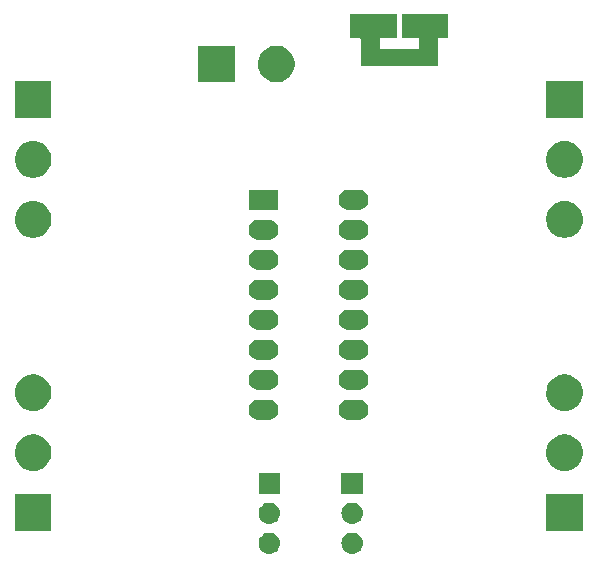
<source format=gbr>
G04 #@! TF.GenerationSoftware,KiCad,Pcbnew,(5.1.4-0)*
G04 #@! TF.CreationDate,2020-03-02T15:49:52+03:00*
G04 #@! TF.ProjectId,Diff2TTL,44696666-3254-4544-9c2e-6b696361645f,rev?*
G04 #@! TF.SameCoordinates,Original*
G04 #@! TF.FileFunction,Soldermask,Top*
G04 #@! TF.FilePolarity,Negative*
%FSLAX46Y46*%
G04 Gerber Fmt 4.6, Leading zero omitted, Abs format (unit mm)*
G04 Created by KiCad (PCBNEW (5.1.4-0)) date 2020-03-02 15:49:52*
%MOMM*%
%LPD*%
G04 APERTURE LIST*
%ADD10C,0.100000*%
G04 APERTURE END LIST*
D10*
G36*
X122110442Y-86685518D02*
G01*
X122176627Y-86692037D01*
X122346466Y-86743557D01*
X122502991Y-86827222D01*
X122538729Y-86856552D01*
X122640186Y-86939814D01*
X122723448Y-87041271D01*
X122752778Y-87077009D01*
X122836443Y-87233534D01*
X122887963Y-87403373D01*
X122905359Y-87580000D01*
X122887963Y-87756627D01*
X122836443Y-87926466D01*
X122752778Y-88082991D01*
X122723448Y-88118729D01*
X122640186Y-88220186D01*
X122538729Y-88303448D01*
X122502991Y-88332778D01*
X122346466Y-88416443D01*
X122176627Y-88467963D01*
X122110442Y-88474482D01*
X122044260Y-88481000D01*
X121955740Y-88481000D01*
X121889558Y-88474482D01*
X121823373Y-88467963D01*
X121653534Y-88416443D01*
X121497009Y-88332778D01*
X121461271Y-88303448D01*
X121359814Y-88220186D01*
X121276552Y-88118729D01*
X121247222Y-88082991D01*
X121163557Y-87926466D01*
X121112037Y-87756627D01*
X121094641Y-87580000D01*
X121112037Y-87403373D01*
X121163557Y-87233534D01*
X121247222Y-87077009D01*
X121276552Y-87041271D01*
X121359814Y-86939814D01*
X121461271Y-86856552D01*
X121497009Y-86827222D01*
X121653534Y-86743557D01*
X121823373Y-86692037D01*
X121889558Y-86685518D01*
X121955740Y-86679000D01*
X122044260Y-86679000D01*
X122110442Y-86685518D01*
X122110442Y-86685518D01*
G37*
G36*
X115110442Y-86685518D02*
G01*
X115176627Y-86692037D01*
X115346466Y-86743557D01*
X115502991Y-86827222D01*
X115538729Y-86856552D01*
X115640186Y-86939814D01*
X115723448Y-87041271D01*
X115752778Y-87077009D01*
X115836443Y-87233534D01*
X115887963Y-87403373D01*
X115905359Y-87580000D01*
X115887963Y-87756627D01*
X115836443Y-87926466D01*
X115752778Y-88082991D01*
X115723448Y-88118729D01*
X115640186Y-88220186D01*
X115538729Y-88303448D01*
X115502991Y-88332778D01*
X115346466Y-88416443D01*
X115176627Y-88467963D01*
X115110442Y-88474482D01*
X115044260Y-88481000D01*
X114955740Y-88481000D01*
X114889558Y-88474482D01*
X114823373Y-88467963D01*
X114653534Y-88416443D01*
X114497009Y-88332778D01*
X114461271Y-88303448D01*
X114359814Y-88220186D01*
X114276552Y-88118729D01*
X114247222Y-88082991D01*
X114163557Y-87926466D01*
X114112037Y-87756627D01*
X114094641Y-87580000D01*
X114112037Y-87403373D01*
X114163557Y-87233534D01*
X114247222Y-87077009D01*
X114276552Y-87041271D01*
X114359814Y-86939814D01*
X114461271Y-86856552D01*
X114497009Y-86827222D01*
X114653534Y-86743557D01*
X114823373Y-86692037D01*
X114889558Y-86685518D01*
X114955740Y-86679000D01*
X115044260Y-86679000D01*
X115110442Y-86685518D01*
X115110442Y-86685518D01*
G37*
G36*
X141551000Y-86551000D02*
G01*
X138449000Y-86551000D01*
X138449000Y-83449000D01*
X141551000Y-83449000D01*
X141551000Y-86551000D01*
X141551000Y-86551000D01*
G37*
G36*
X96551000Y-86551000D02*
G01*
X93449000Y-86551000D01*
X93449000Y-83449000D01*
X96551000Y-83449000D01*
X96551000Y-86551000D01*
X96551000Y-86551000D01*
G37*
G36*
X115110443Y-84145519D02*
G01*
X115176627Y-84152037D01*
X115346466Y-84203557D01*
X115502991Y-84287222D01*
X115538729Y-84316552D01*
X115640186Y-84399814D01*
X115723448Y-84501271D01*
X115752778Y-84537009D01*
X115836443Y-84693534D01*
X115887963Y-84863373D01*
X115905359Y-85040000D01*
X115887963Y-85216627D01*
X115836443Y-85386466D01*
X115752778Y-85542991D01*
X115723448Y-85578729D01*
X115640186Y-85680186D01*
X115538729Y-85763448D01*
X115502991Y-85792778D01*
X115346466Y-85876443D01*
X115176627Y-85927963D01*
X115110442Y-85934482D01*
X115044260Y-85941000D01*
X114955740Y-85941000D01*
X114889558Y-85934482D01*
X114823373Y-85927963D01*
X114653534Y-85876443D01*
X114497009Y-85792778D01*
X114461271Y-85763448D01*
X114359814Y-85680186D01*
X114276552Y-85578729D01*
X114247222Y-85542991D01*
X114163557Y-85386466D01*
X114112037Y-85216627D01*
X114094641Y-85040000D01*
X114112037Y-84863373D01*
X114163557Y-84693534D01*
X114247222Y-84537009D01*
X114276552Y-84501271D01*
X114359814Y-84399814D01*
X114461271Y-84316552D01*
X114497009Y-84287222D01*
X114653534Y-84203557D01*
X114823373Y-84152037D01*
X114889557Y-84145519D01*
X114955740Y-84139000D01*
X115044260Y-84139000D01*
X115110443Y-84145519D01*
X115110443Y-84145519D01*
G37*
G36*
X122110443Y-84145519D02*
G01*
X122176627Y-84152037D01*
X122346466Y-84203557D01*
X122502991Y-84287222D01*
X122538729Y-84316552D01*
X122640186Y-84399814D01*
X122723448Y-84501271D01*
X122752778Y-84537009D01*
X122836443Y-84693534D01*
X122887963Y-84863373D01*
X122905359Y-85040000D01*
X122887963Y-85216627D01*
X122836443Y-85386466D01*
X122752778Y-85542991D01*
X122723448Y-85578729D01*
X122640186Y-85680186D01*
X122538729Y-85763448D01*
X122502991Y-85792778D01*
X122346466Y-85876443D01*
X122176627Y-85927963D01*
X122110442Y-85934482D01*
X122044260Y-85941000D01*
X121955740Y-85941000D01*
X121889558Y-85934482D01*
X121823373Y-85927963D01*
X121653534Y-85876443D01*
X121497009Y-85792778D01*
X121461271Y-85763448D01*
X121359814Y-85680186D01*
X121276552Y-85578729D01*
X121247222Y-85542991D01*
X121163557Y-85386466D01*
X121112037Y-85216627D01*
X121094641Y-85040000D01*
X121112037Y-84863373D01*
X121163557Y-84693534D01*
X121247222Y-84537009D01*
X121276552Y-84501271D01*
X121359814Y-84399814D01*
X121461271Y-84316552D01*
X121497009Y-84287222D01*
X121653534Y-84203557D01*
X121823373Y-84152037D01*
X121889557Y-84145519D01*
X121955740Y-84139000D01*
X122044260Y-84139000D01*
X122110443Y-84145519D01*
X122110443Y-84145519D01*
G37*
G36*
X115901000Y-83401000D02*
G01*
X114099000Y-83401000D01*
X114099000Y-81599000D01*
X115901000Y-81599000D01*
X115901000Y-83401000D01*
X115901000Y-83401000D01*
G37*
G36*
X122901000Y-83401000D02*
G01*
X121099000Y-83401000D01*
X121099000Y-81599000D01*
X122901000Y-81599000D01*
X122901000Y-83401000D01*
X122901000Y-83401000D01*
G37*
G36*
X95302585Y-78398802D02*
G01*
X95452410Y-78428604D01*
X95734674Y-78545521D01*
X95988705Y-78715259D01*
X96204741Y-78931295D01*
X96374479Y-79185326D01*
X96491396Y-79467590D01*
X96551000Y-79767240D01*
X96551000Y-80072760D01*
X96491396Y-80372410D01*
X96374479Y-80654674D01*
X96204741Y-80908705D01*
X95988705Y-81124741D01*
X95734674Y-81294479D01*
X95452410Y-81411396D01*
X95302585Y-81441198D01*
X95152761Y-81471000D01*
X94847239Y-81471000D01*
X94697415Y-81441198D01*
X94547590Y-81411396D01*
X94265326Y-81294479D01*
X94011295Y-81124741D01*
X93795259Y-80908705D01*
X93625521Y-80654674D01*
X93508604Y-80372410D01*
X93449000Y-80072760D01*
X93449000Y-79767240D01*
X93508604Y-79467590D01*
X93625521Y-79185326D01*
X93795259Y-78931295D01*
X94011295Y-78715259D01*
X94265326Y-78545521D01*
X94547590Y-78428604D01*
X94697415Y-78398802D01*
X94847239Y-78369000D01*
X95152761Y-78369000D01*
X95302585Y-78398802D01*
X95302585Y-78398802D01*
G37*
G36*
X140302585Y-78398802D02*
G01*
X140452410Y-78428604D01*
X140734674Y-78545521D01*
X140988705Y-78715259D01*
X141204741Y-78931295D01*
X141374479Y-79185326D01*
X141491396Y-79467590D01*
X141551000Y-79767240D01*
X141551000Y-80072760D01*
X141491396Y-80372410D01*
X141374479Y-80654674D01*
X141204741Y-80908705D01*
X140988705Y-81124741D01*
X140734674Y-81294479D01*
X140452410Y-81411396D01*
X140302585Y-81441198D01*
X140152761Y-81471000D01*
X139847239Y-81471000D01*
X139697415Y-81441198D01*
X139547590Y-81411396D01*
X139265326Y-81294479D01*
X139011295Y-81124741D01*
X138795259Y-80908705D01*
X138625521Y-80654674D01*
X138508604Y-80372410D01*
X138449000Y-80072760D01*
X138449000Y-79767240D01*
X138508604Y-79467590D01*
X138625521Y-79185326D01*
X138795259Y-78931295D01*
X139011295Y-78715259D01*
X139265326Y-78545521D01*
X139547590Y-78428604D01*
X139697415Y-78398802D01*
X139847239Y-78369000D01*
X140152761Y-78369000D01*
X140302585Y-78398802D01*
X140302585Y-78398802D01*
G37*
G36*
X115066823Y-75441313D02*
G01*
X115227242Y-75489976D01*
X115359906Y-75560886D01*
X115375078Y-75568996D01*
X115504659Y-75675341D01*
X115611004Y-75804922D01*
X115611005Y-75804924D01*
X115690024Y-75952758D01*
X115738687Y-76113177D01*
X115755117Y-76280000D01*
X115738687Y-76446823D01*
X115690024Y-76607242D01*
X115619114Y-76739906D01*
X115611004Y-76755078D01*
X115504659Y-76884659D01*
X115375078Y-76991004D01*
X115375076Y-76991005D01*
X115227242Y-77070024D01*
X115066823Y-77118687D01*
X114941804Y-77131000D01*
X114058196Y-77131000D01*
X113933177Y-77118687D01*
X113772758Y-77070024D01*
X113624924Y-76991005D01*
X113624922Y-76991004D01*
X113495341Y-76884659D01*
X113388996Y-76755078D01*
X113380886Y-76739906D01*
X113309976Y-76607242D01*
X113261313Y-76446823D01*
X113244883Y-76280000D01*
X113261313Y-76113177D01*
X113309976Y-75952758D01*
X113388995Y-75804924D01*
X113388996Y-75804922D01*
X113495341Y-75675341D01*
X113624922Y-75568996D01*
X113640094Y-75560886D01*
X113772758Y-75489976D01*
X113933177Y-75441313D01*
X114058196Y-75429000D01*
X114941804Y-75429000D01*
X115066823Y-75441313D01*
X115066823Y-75441313D01*
G37*
G36*
X122686823Y-75441313D02*
G01*
X122847242Y-75489976D01*
X122979906Y-75560886D01*
X122995078Y-75568996D01*
X123124659Y-75675341D01*
X123231004Y-75804922D01*
X123231005Y-75804924D01*
X123310024Y-75952758D01*
X123358687Y-76113177D01*
X123375117Y-76280000D01*
X123358687Y-76446823D01*
X123310024Y-76607242D01*
X123239114Y-76739906D01*
X123231004Y-76755078D01*
X123124659Y-76884659D01*
X122995078Y-76991004D01*
X122995076Y-76991005D01*
X122847242Y-77070024D01*
X122686823Y-77118687D01*
X122561804Y-77131000D01*
X121678196Y-77131000D01*
X121553177Y-77118687D01*
X121392758Y-77070024D01*
X121244924Y-76991005D01*
X121244922Y-76991004D01*
X121115341Y-76884659D01*
X121008996Y-76755078D01*
X121000886Y-76739906D01*
X120929976Y-76607242D01*
X120881313Y-76446823D01*
X120864883Y-76280000D01*
X120881313Y-76113177D01*
X120929976Y-75952758D01*
X121008995Y-75804924D01*
X121008996Y-75804922D01*
X121115341Y-75675341D01*
X121244922Y-75568996D01*
X121260094Y-75560886D01*
X121392758Y-75489976D01*
X121553177Y-75441313D01*
X121678196Y-75429000D01*
X122561804Y-75429000D01*
X122686823Y-75441313D01*
X122686823Y-75441313D01*
G37*
G36*
X95302585Y-73318802D02*
G01*
X95452410Y-73348604D01*
X95734674Y-73465521D01*
X95988705Y-73635259D01*
X96204741Y-73851295D01*
X96374479Y-74105326D01*
X96473613Y-74344659D01*
X96491396Y-74387591D01*
X96529408Y-74578687D01*
X96551000Y-74687240D01*
X96551000Y-74992760D01*
X96491396Y-75292410D01*
X96374479Y-75574674D01*
X96204741Y-75828705D01*
X95988705Y-76044741D01*
X95734674Y-76214479D01*
X95452410Y-76331396D01*
X95302585Y-76361198D01*
X95152761Y-76391000D01*
X94847239Y-76391000D01*
X94697415Y-76361198D01*
X94547590Y-76331396D01*
X94265326Y-76214479D01*
X94011295Y-76044741D01*
X93795259Y-75828705D01*
X93625521Y-75574674D01*
X93508604Y-75292410D01*
X93449000Y-74992760D01*
X93449000Y-74687240D01*
X93470593Y-74578687D01*
X93508604Y-74387591D01*
X93526387Y-74344659D01*
X93625521Y-74105326D01*
X93795259Y-73851295D01*
X94011295Y-73635259D01*
X94265326Y-73465521D01*
X94547590Y-73348604D01*
X94697415Y-73318802D01*
X94847239Y-73289000D01*
X95152761Y-73289000D01*
X95302585Y-73318802D01*
X95302585Y-73318802D01*
G37*
G36*
X140302585Y-73318802D02*
G01*
X140452410Y-73348604D01*
X140734674Y-73465521D01*
X140988705Y-73635259D01*
X141204741Y-73851295D01*
X141374479Y-74105326D01*
X141473613Y-74344659D01*
X141491396Y-74387591D01*
X141529408Y-74578687D01*
X141551000Y-74687240D01*
X141551000Y-74992760D01*
X141491396Y-75292410D01*
X141374479Y-75574674D01*
X141204741Y-75828705D01*
X140988705Y-76044741D01*
X140734674Y-76214479D01*
X140452410Y-76331396D01*
X140302585Y-76361198D01*
X140152761Y-76391000D01*
X139847239Y-76391000D01*
X139697415Y-76361198D01*
X139547590Y-76331396D01*
X139265326Y-76214479D01*
X139011295Y-76044741D01*
X138795259Y-75828705D01*
X138625521Y-75574674D01*
X138508604Y-75292410D01*
X138449000Y-74992760D01*
X138449000Y-74687240D01*
X138470593Y-74578687D01*
X138508604Y-74387591D01*
X138526387Y-74344659D01*
X138625521Y-74105326D01*
X138795259Y-73851295D01*
X139011295Y-73635259D01*
X139265326Y-73465521D01*
X139547590Y-73348604D01*
X139697415Y-73318802D01*
X139847239Y-73289000D01*
X140152761Y-73289000D01*
X140302585Y-73318802D01*
X140302585Y-73318802D01*
G37*
G36*
X122686823Y-72901313D02*
G01*
X122847242Y-72949976D01*
X122979906Y-73020886D01*
X122995078Y-73028996D01*
X123124659Y-73135341D01*
X123231004Y-73264922D01*
X123231005Y-73264924D01*
X123310024Y-73412758D01*
X123358687Y-73573177D01*
X123375117Y-73740000D01*
X123358687Y-73906823D01*
X123310024Y-74067242D01*
X123239114Y-74199906D01*
X123231004Y-74215078D01*
X123124659Y-74344659D01*
X122995078Y-74451004D01*
X122995076Y-74451005D01*
X122847242Y-74530024D01*
X122686823Y-74578687D01*
X122561804Y-74591000D01*
X121678196Y-74591000D01*
X121553177Y-74578687D01*
X121392758Y-74530024D01*
X121244924Y-74451005D01*
X121244922Y-74451004D01*
X121115341Y-74344659D01*
X121008996Y-74215078D01*
X121000886Y-74199906D01*
X120929976Y-74067242D01*
X120881313Y-73906823D01*
X120864883Y-73740000D01*
X120881313Y-73573177D01*
X120929976Y-73412758D01*
X121008995Y-73264924D01*
X121008996Y-73264922D01*
X121115341Y-73135341D01*
X121244922Y-73028996D01*
X121260094Y-73020886D01*
X121392758Y-72949976D01*
X121553177Y-72901313D01*
X121678196Y-72889000D01*
X122561804Y-72889000D01*
X122686823Y-72901313D01*
X122686823Y-72901313D01*
G37*
G36*
X115066823Y-72901313D02*
G01*
X115227242Y-72949976D01*
X115359906Y-73020886D01*
X115375078Y-73028996D01*
X115504659Y-73135341D01*
X115611004Y-73264922D01*
X115611005Y-73264924D01*
X115690024Y-73412758D01*
X115738687Y-73573177D01*
X115755117Y-73740000D01*
X115738687Y-73906823D01*
X115690024Y-74067242D01*
X115619114Y-74199906D01*
X115611004Y-74215078D01*
X115504659Y-74344659D01*
X115375078Y-74451004D01*
X115375076Y-74451005D01*
X115227242Y-74530024D01*
X115066823Y-74578687D01*
X114941804Y-74591000D01*
X114058196Y-74591000D01*
X113933177Y-74578687D01*
X113772758Y-74530024D01*
X113624924Y-74451005D01*
X113624922Y-74451004D01*
X113495341Y-74344659D01*
X113388996Y-74215078D01*
X113380886Y-74199906D01*
X113309976Y-74067242D01*
X113261313Y-73906823D01*
X113244883Y-73740000D01*
X113261313Y-73573177D01*
X113309976Y-73412758D01*
X113388995Y-73264924D01*
X113388996Y-73264922D01*
X113495341Y-73135341D01*
X113624922Y-73028996D01*
X113640094Y-73020886D01*
X113772758Y-72949976D01*
X113933177Y-72901313D01*
X114058196Y-72889000D01*
X114941804Y-72889000D01*
X115066823Y-72901313D01*
X115066823Y-72901313D01*
G37*
G36*
X122686823Y-70361313D02*
G01*
X122847242Y-70409976D01*
X122979906Y-70480886D01*
X122995078Y-70488996D01*
X123124659Y-70595341D01*
X123231004Y-70724922D01*
X123231005Y-70724924D01*
X123310024Y-70872758D01*
X123358687Y-71033177D01*
X123375117Y-71200000D01*
X123358687Y-71366823D01*
X123310024Y-71527242D01*
X123239114Y-71659906D01*
X123231004Y-71675078D01*
X123124659Y-71804659D01*
X122995078Y-71911004D01*
X122995076Y-71911005D01*
X122847242Y-71990024D01*
X122686823Y-72038687D01*
X122561804Y-72051000D01*
X121678196Y-72051000D01*
X121553177Y-72038687D01*
X121392758Y-71990024D01*
X121244924Y-71911005D01*
X121244922Y-71911004D01*
X121115341Y-71804659D01*
X121008996Y-71675078D01*
X121000886Y-71659906D01*
X120929976Y-71527242D01*
X120881313Y-71366823D01*
X120864883Y-71200000D01*
X120881313Y-71033177D01*
X120929976Y-70872758D01*
X121008995Y-70724924D01*
X121008996Y-70724922D01*
X121115341Y-70595341D01*
X121244922Y-70488996D01*
X121260094Y-70480886D01*
X121392758Y-70409976D01*
X121553177Y-70361313D01*
X121678196Y-70349000D01*
X122561804Y-70349000D01*
X122686823Y-70361313D01*
X122686823Y-70361313D01*
G37*
G36*
X115066823Y-70361313D02*
G01*
X115227242Y-70409976D01*
X115359906Y-70480886D01*
X115375078Y-70488996D01*
X115504659Y-70595341D01*
X115611004Y-70724922D01*
X115611005Y-70724924D01*
X115690024Y-70872758D01*
X115738687Y-71033177D01*
X115755117Y-71200000D01*
X115738687Y-71366823D01*
X115690024Y-71527242D01*
X115619114Y-71659906D01*
X115611004Y-71675078D01*
X115504659Y-71804659D01*
X115375078Y-71911004D01*
X115375076Y-71911005D01*
X115227242Y-71990024D01*
X115066823Y-72038687D01*
X114941804Y-72051000D01*
X114058196Y-72051000D01*
X113933177Y-72038687D01*
X113772758Y-71990024D01*
X113624924Y-71911005D01*
X113624922Y-71911004D01*
X113495341Y-71804659D01*
X113388996Y-71675078D01*
X113380886Y-71659906D01*
X113309976Y-71527242D01*
X113261313Y-71366823D01*
X113244883Y-71200000D01*
X113261313Y-71033177D01*
X113309976Y-70872758D01*
X113388995Y-70724924D01*
X113388996Y-70724922D01*
X113495341Y-70595341D01*
X113624922Y-70488996D01*
X113640094Y-70480886D01*
X113772758Y-70409976D01*
X113933177Y-70361313D01*
X114058196Y-70349000D01*
X114941804Y-70349000D01*
X115066823Y-70361313D01*
X115066823Y-70361313D01*
G37*
G36*
X115066823Y-67821313D02*
G01*
X115227242Y-67869976D01*
X115359906Y-67940886D01*
X115375078Y-67948996D01*
X115504659Y-68055341D01*
X115611004Y-68184922D01*
X115611005Y-68184924D01*
X115690024Y-68332758D01*
X115738687Y-68493177D01*
X115755117Y-68660000D01*
X115738687Y-68826823D01*
X115690024Y-68987242D01*
X115619114Y-69119906D01*
X115611004Y-69135078D01*
X115504659Y-69264659D01*
X115375078Y-69371004D01*
X115375076Y-69371005D01*
X115227242Y-69450024D01*
X115066823Y-69498687D01*
X114941804Y-69511000D01*
X114058196Y-69511000D01*
X113933177Y-69498687D01*
X113772758Y-69450024D01*
X113624924Y-69371005D01*
X113624922Y-69371004D01*
X113495341Y-69264659D01*
X113388996Y-69135078D01*
X113380886Y-69119906D01*
X113309976Y-68987242D01*
X113261313Y-68826823D01*
X113244883Y-68660000D01*
X113261313Y-68493177D01*
X113309976Y-68332758D01*
X113388995Y-68184924D01*
X113388996Y-68184922D01*
X113495341Y-68055341D01*
X113624922Y-67948996D01*
X113640094Y-67940886D01*
X113772758Y-67869976D01*
X113933177Y-67821313D01*
X114058196Y-67809000D01*
X114941804Y-67809000D01*
X115066823Y-67821313D01*
X115066823Y-67821313D01*
G37*
G36*
X122686823Y-67821313D02*
G01*
X122847242Y-67869976D01*
X122979906Y-67940886D01*
X122995078Y-67948996D01*
X123124659Y-68055341D01*
X123231004Y-68184922D01*
X123231005Y-68184924D01*
X123310024Y-68332758D01*
X123358687Y-68493177D01*
X123375117Y-68660000D01*
X123358687Y-68826823D01*
X123310024Y-68987242D01*
X123239114Y-69119906D01*
X123231004Y-69135078D01*
X123124659Y-69264659D01*
X122995078Y-69371004D01*
X122995076Y-69371005D01*
X122847242Y-69450024D01*
X122686823Y-69498687D01*
X122561804Y-69511000D01*
X121678196Y-69511000D01*
X121553177Y-69498687D01*
X121392758Y-69450024D01*
X121244924Y-69371005D01*
X121244922Y-69371004D01*
X121115341Y-69264659D01*
X121008996Y-69135078D01*
X121000886Y-69119906D01*
X120929976Y-68987242D01*
X120881313Y-68826823D01*
X120864883Y-68660000D01*
X120881313Y-68493177D01*
X120929976Y-68332758D01*
X121008995Y-68184924D01*
X121008996Y-68184922D01*
X121115341Y-68055341D01*
X121244922Y-67948996D01*
X121260094Y-67940886D01*
X121392758Y-67869976D01*
X121553177Y-67821313D01*
X121678196Y-67809000D01*
X122561804Y-67809000D01*
X122686823Y-67821313D01*
X122686823Y-67821313D01*
G37*
G36*
X115066823Y-65281313D02*
G01*
X115227242Y-65329976D01*
X115359906Y-65400886D01*
X115375078Y-65408996D01*
X115504659Y-65515341D01*
X115611004Y-65644922D01*
X115611005Y-65644924D01*
X115690024Y-65792758D01*
X115738687Y-65953177D01*
X115755117Y-66120000D01*
X115738687Y-66286823D01*
X115690024Y-66447242D01*
X115619114Y-66579906D01*
X115611004Y-66595078D01*
X115504659Y-66724659D01*
X115375078Y-66831004D01*
X115375076Y-66831005D01*
X115227242Y-66910024D01*
X115066823Y-66958687D01*
X114941804Y-66971000D01*
X114058196Y-66971000D01*
X113933177Y-66958687D01*
X113772758Y-66910024D01*
X113624924Y-66831005D01*
X113624922Y-66831004D01*
X113495341Y-66724659D01*
X113388996Y-66595078D01*
X113380886Y-66579906D01*
X113309976Y-66447242D01*
X113261313Y-66286823D01*
X113244883Y-66120000D01*
X113261313Y-65953177D01*
X113309976Y-65792758D01*
X113388995Y-65644924D01*
X113388996Y-65644922D01*
X113495341Y-65515341D01*
X113624922Y-65408996D01*
X113640094Y-65400886D01*
X113772758Y-65329976D01*
X113933177Y-65281313D01*
X114058196Y-65269000D01*
X114941804Y-65269000D01*
X115066823Y-65281313D01*
X115066823Y-65281313D01*
G37*
G36*
X122686823Y-65281313D02*
G01*
X122847242Y-65329976D01*
X122979906Y-65400886D01*
X122995078Y-65408996D01*
X123124659Y-65515341D01*
X123231004Y-65644922D01*
X123231005Y-65644924D01*
X123310024Y-65792758D01*
X123358687Y-65953177D01*
X123375117Y-66120000D01*
X123358687Y-66286823D01*
X123310024Y-66447242D01*
X123239114Y-66579906D01*
X123231004Y-66595078D01*
X123124659Y-66724659D01*
X122995078Y-66831004D01*
X122995076Y-66831005D01*
X122847242Y-66910024D01*
X122686823Y-66958687D01*
X122561804Y-66971000D01*
X121678196Y-66971000D01*
X121553177Y-66958687D01*
X121392758Y-66910024D01*
X121244924Y-66831005D01*
X121244922Y-66831004D01*
X121115341Y-66724659D01*
X121008996Y-66595078D01*
X121000886Y-66579906D01*
X120929976Y-66447242D01*
X120881313Y-66286823D01*
X120864883Y-66120000D01*
X120881313Y-65953177D01*
X120929976Y-65792758D01*
X121008995Y-65644924D01*
X121008996Y-65644922D01*
X121115341Y-65515341D01*
X121244922Y-65408996D01*
X121260094Y-65400886D01*
X121392758Y-65329976D01*
X121553177Y-65281313D01*
X121678196Y-65269000D01*
X122561804Y-65269000D01*
X122686823Y-65281313D01*
X122686823Y-65281313D01*
G37*
G36*
X122686823Y-62741313D02*
G01*
X122847242Y-62789976D01*
X122979906Y-62860886D01*
X122995078Y-62868996D01*
X123124659Y-62975341D01*
X123231004Y-63104922D01*
X123231005Y-63104924D01*
X123310024Y-63252758D01*
X123358687Y-63413177D01*
X123375117Y-63580000D01*
X123358687Y-63746823D01*
X123310024Y-63907242D01*
X123239114Y-64039906D01*
X123231004Y-64055078D01*
X123124659Y-64184659D01*
X122995078Y-64291004D01*
X122995076Y-64291005D01*
X122847242Y-64370024D01*
X122686823Y-64418687D01*
X122561804Y-64431000D01*
X121678196Y-64431000D01*
X121553177Y-64418687D01*
X121392758Y-64370024D01*
X121244924Y-64291005D01*
X121244922Y-64291004D01*
X121115341Y-64184659D01*
X121008996Y-64055078D01*
X121000886Y-64039906D01*
X120929976Y-63907242D01*
X120881313Y-63746823D01*
X120864883Y-63580000D01*
X120881313Y-63413177D01*
X120929976Y-63252758D01*
X121008995Y-63104924D01*
X121008996Y-63104922D01*
X121115341Y-62975341D01*
X121244922Y-62868996D01*
X121260094Y-62860886D01*
X121392758Y-62789976D01*
X121553177Y-62741313D01*
X121678196Y-62729000D01*
X122561804Y-62729000D01*
X122686823Y-62741313D01*
X122686823Y-62741313D01*
G37*
G36*
X115066823Y-62741313D02*
G01*
X115227242Y-62789976D01*
X115359906Y-62860886D01*
X115375078Y-62868996D01*
X115504659Y-62975341D01*
X115611004Y-63104922D01*
X115611005Y-63104924D01*
X115690024Y-63252758D01*
X115738687Y-63413177D01*
X115755117Y-63580000D01*
X115738687Y-63746823D01*
X115690024Y-63907242D01*
X115619114Y-64039906D01*
X115611004Y-64055078D01*
X115504659Y-64184659D01*
X115375078Y-64291004D01*
X115375076Y-64291005D01*
X115227242Y-64370024D01*
X115066823Y-64418687D01*
X114941804Y-64431000D01*
X114058196Y-64431000D01*
X113933177Y-64418687D01*
X113772758Y-64370024D01*
X113624924Y-64291005D01*
X113624922Y-64291004D01*
X113495341Y-64184659D01*
X113388996Y-64055078D01*
X113380886Y-64039906D01*
X113309976Y-63907242D01*
X113261313Y-63746823D01*
X113244883Y-63580000D01*
X113261313Y-63413177D01*
X113309976Y-63252758D01*
X113388995Y-63104924D01*
X113388996Y-63104922D01*
X113495341Y-62975341D01*
X113624922Y-62868996D01*
X113640094Y-62860886D01*
X113772758Y-62789976D01*
X113933177Y-62741313D01*
X114058196Y-62729000D01*
X114941804Y-62729000D01*
X115066823Y-62741313D01*
X115066823Y-62741313D01*
G37*
G36*
X115066823Y-60201313D02*
G01*
X115227242Y-60249976D01*
X115344702Y-60312760D01*
X115375078Y-60328996D01*
X115504659Y-60435341D01*
X115611004Y-60564922D01*
X115611005Y-60564924D01*
X115690024Y-60712758D01*
X115738687Y-60873177D01*
X115755117Y-61040000D01*
X115738687Y-61206823D01*
X115690024Y-61367242D01*
X115619114Y-61499906D01*
X115611004Y-61515078D01*
X115504659Y-61644659D01*
X115375078Y-61751004D01*
X115375076Y-61751005D01*
X115227242Y-61830024D01*
X115066823Y-61878687D01*
X114941804Y-61891000D01*
X114058196Y-61891000D01*
X113933177Y-61878687D01*
X113772758Y-61830024D01*
X113624924Y-61751005D01*
X113624922Y-61751004D01*
X113495341Y-61644659D01*
X113388996Y-61515078D01*
X113380886Y-61499906D01*
X113309976Y-61367242D01*
X113261313Y-61206823D01*
X113244883Y-61040000D01*
X113261313Y-60873177D01*
X113309976Y-60712758D01*
X113388995Y-60564924D01*
X113388996Y-60564922D01*
X113495341Y-60435341D01*
X113624922Y-60328996D01*
X113655298Y-60312760D01*
X113772758Y-60249976D01*
X113933177Y-60201313D01*
X114058196Y-60189000D01*
X114941804Y-60189000D01*
X115066823Y-60201313D01*
X115066823Y-60201313D01*
G37*
G36*
X122686823Y-60201313D02*
G01*
X122847242Y-60249976D01*
X122964702Y-60312760D01*
X122995078Y-60328996D01*
X123124659Y-60435341D01*
X123231004Y-60564922D01*
X123231005Y-60564924D01*
X123310024Y-60712758D01*
X123358687Y-60873177D01*
X123375117Y-61040000D01*
X123358687Y-61206823D01*
X123310024Y-61367242D01*
X123239114Y-61499906D01*
X123231004Y-61515078D01*
X123124659Y-61644659D01*
X122995078Y-61751004D01*
X122995076Y-61751005D01*
X122847242Y-61830024D01*
X122686823Y-61878687D01*
X122561804Y-61891000D01*
X121678196Y-61891000D01*
X121553177Y-61878687D01*
X121392758Y-61830024D01*
X121244924Y-61751005D01*
X121244922Y-61751004D01*
X121115341Y-61644659D01*
X121008996Y-61515078D01*
X121000886Y-61499906D01*
X120929976Y-61367242D01*
X120881313Y-61206823D01*
X120864883Y-61040000D01*
X120881313Y-60873177D01*
X120929976Y-60712758D01*
X121008995Y-60564924D01*
X121008996Y-60564922D01*
X121115341Y-60435341D01*
X121244922Y-60328996D01*
X121275298Y-60312760D01*
X121392758Y-60249976D01*
X121553177Y-60201313D01*
X121678196Y-60189000D01*
X122561804Y-60189000D01*
X122686823Y-60201313D01*
X122686823Y-60201313D01*
G37*
G36*
X140302585Y-58638802D02*
G01*
X140452410Y-58668604D01*
X140734674Y-58785521D01*
X140988705Y-58955259D01*
X141204741Y-59171295D01*
X141374479Y-59425326D01*
X141491396Y-59707590D01*
X141491396Y-59707591D01*
X141551000Y-60007239D01*
X141551000Y-60312761D01*
X141526617Y-60435341D01*
X141491396Y-60612410D01*
X141374479Y-60894674D01*
X141204741Y-61148705D01*
X140988705Y-61364741D01*
X140734674Y-61534479D01*
X140452410Y-61651396D01*
X140302585Y-61681198D01*
X140152761Y-61711000D01*
X139847239Y-61711000D01*
X139697415Y-61681198D01*
X139547590Y-61651396D01*
X139265326Y-61534479D01*
X139011295Y-61364741D01*
X138795259Y-61148705D01*
X138625521Y-60894674D01*
X138508604Y-60612410D01*
X138473383Y-60435341D01*
X138449000Y-60312761D01*
X138449000Y-60007239D01*
X138508604Y-59707591D01*
X138508604Y-59707590D01*
X138625521Y-59425326D01*
X138795259Y-59171295D01*
X139011295Y-58955259D01*
X139265326Y-58785521D01*
X139547590Y-58668604D01*
X139697415Y-58638802D01*
X139847239Y-58609000D01*
X140152761Y-58609000D01*
X140302585Y-58638802D01*
X140302585Y-58638802D01*
G37*
G36*
X95302585Y-58638802D02*
G01*
X95452410Y-58668604D01*
X95734674Y-58785521D01*
X95988705Y-58955259D01*
X96204741Y-59171295D01*
X96374479Y-59425326D01*
X96491396Y-59707590D01*
X96491396Y-59707591D01*
X96551000Y-60007239D01*
X96551000Y-60312761D01*
X96526617Y-60435341D01*
X96491396Y-60612410D01*
X96374479Y-60894674D01*
X96204741Y-61148705D01*
X95988705Y-61364741D01*
X95734674Y-61534479D01*
X95452410Y-61651396D01*
X95302585Y-61681198D01*
X95152761Y-61711000D01*
X94847239Y-61711000D01*
X94697415Y-61681198D01*
X94547590Y-61651396D01*
X94265326Y-61534479D01*
X94011295Y-61364741D01*
X93795259Y-61148705D01*
X93625521Y-60894674D01*
X93508604Y-60612410D01*
X93473383Y-60435341D01*
X93449000Y-60312761D01*
X93449000Y-60007239D01*
X93508604Y-59707591D01*
X93508604Y-59707590D01*
X93625521Y-59425326D01*
X93795259Y-59171295D01*
X94011295Y-58955259D01*
X94265326Y-58785521D01*
X94547590Y-58668604D01*
X94697415Y-58638802D01*
X94847239Y-58609000D01*
X95152761Y-58609000D01*
X95302585Y-58638802D01*
X95302585Y-58638802D01*
G37*
G36*
X122686823Y-57661313D02*
G01*
X122847242Y-57709976D01*
X122979906Y-57780886D01*
X122995078Y-57788996D01*
X123124659Y-57895341D01*
X123231004Y-58024922D01*
X123231005Y-58024924D01*
X123310024Y-58172758D01*
X123358687Y-58333177D01*
X123375117Y-58500000D01*
X123358687Y-58666823D01*
X123310024Y-58827242D01*
X123241597Y-58955259D01*
X123231004Y-58975078D01*
X123124659Y-59104659D01*
X122995078Y-59211004D01*
X122995076Y-59211005D01*
X122847242Y-59290024D01*
X122686823Y-59338687D01*
X122561804Y-59351000D01*
X121678196Y-59351000D01*
X121553177Y-59338687D01*
X121392758Y-59290024D01*
X121244924Y-59211005D01*
X121244922Y-59211004D01*
X121115341Y-59104659D01*
X121008996Y-58975078D01*
X120998403Y-58955259D01*
X120929976Y-58827242D01*
X120881313Y-58666823D01*
X120864883Y-58500000D01*
X120881313Y-58333177D01*
X120929976Y-58172758D01*
X121008995Y-58024924D01*
X121008996Y-58024922D01*
X121115341Y-57895341D01*
X121244922Y-57788996D01*
X121260094Y-57780886D01*
X121392758Y-57709976D01*
X121553177Y-57661313D01*
X121678196Y-57649000D01*
X122561804Y-57649000D01*
X122686823Y-57661313D01*
X122686823Y-57661313D01*
G37*
G36*
X115751000Y-59351000D02*
G01*
X113249000Y-59351000D01*
X113249000Y-57649000D01*
X115751000Y-57649000D01*
X115751000Y-59351000D01*
X115751000Y-59351000D01*
G37*
G36*
X140302585Y-53558802D02*
G01*
X140452410Y-53588604D01*
X140734674Y-53705521D01*
X140988705Y-53875259D01*
X141204741Y-54091295D01*
X141374479Y-54345326D01*
X141491396Y-54627590D01*
X141551000Y-54927240D01*
X141551000Y-55232760D01*
X141491396Y-55532410D01*
X141374479Y-55814674D01*
X141204741Y-56068705D01*
X140988705Y-56284741D01*
X140734674Y-56454479D01*
X140452410Y-56571396D01*
X140302585Y-56601198D01*
X140152761Y-56631000D01*
X139847239Y-56631000D01*
X139697415Y-56601198D01*
X139547590Y-56571396D01*
X139265326Y-56454479D01*
X139011295Y-56284741D01*
X138795259Y-56068705D01*
X138625521Y-55814674D01*
X138508604Y-55532410D01*
X138449000Y-55232760D01*
X138449000Y-54927240D01*
X138508604Y-54627590D01*
X138625521Y-54345326D01*
X138795259Y-54091295D01*
X139011295Y-53875259D01*
X139265326Y-53705521D01*
X139547590Y-53588604D01*
X139697415Y-53558802D01*
X139847239Y-53529000D01*
X140152761Y-53529000D01*
X140302585Y-53558802D01*
X140302585Y-53558802D01*
G37*
G36*
X95302585Y-53558802D02*
G01*
X95452410Y-53588604D01*
X95734674Y-53705521D01*
X95988705Y-53875259D01*
X96204741Y-54091295D01*
X96374479Y-54345326D01*
X96491396Y-54627590D01*
X96551000Y-54927240D01*
X96551000Y-55232760D01*
X96491396Y-55532410D01*
X96374479Y-55814674D01*
X96204741Y-56068705D01*
X95988705Y-56284741D01*
X95734674Y-56454479D01*
X95452410Y-56571396D01*
X95302585Y-56601198D01*
X95152761Y-56631000D01*
X94847239Y-56631000D01*
X94697415Y-56601198D01*
X94547590Y-56571396D01*
X94265326Y-56454479D01*
X94011295Y-56284741D01*
X93795259Y-56068705D01*
X93625521Y-55814674D01*
X93508604Y-55532410D01*
X93449000Y-55232760D01*
X93449000Y-54927240D01*
X93508604Y-54627590D01*
X93625521Y-54345326D01*
X93795259Y-54091295D01*
X94011295Y-53875259D01*
X94265326Y-53705521D01*
X94547590Y-53588604D01*
X94697415Y-53558802D01*
X94847239Y-53529000D01*
X95152761Y-53529000D01*
X95302585Y-53558802D01*
X95302585Y-53558802D01*
G37*
G36*
X141551000Y-51551000D02*
G01*
X138449000Y-51551000D01*
X138449000Y-48449000D01*
X141551000Y-48449000D01*
X141551000Y-51551000D01*
X141551000Y-51551000D01*
G37*
G36*
X96551000Y-51551000D02*
G01*
X93449000Y-51551000D01*
X93449000Y-48449000D01*
X96551000Y-48449000D01*
X96551000Y-51551000D01*
X96551000Y-51551000D01*
G37*
G36*
X112051000Y-48551000D02*
G01*
X108949000Y-48551000D01*
X108949000Y-45449000D01*
X112051000Y-45449000D01*
X112051000Y-48551000D01*
X112051000Y-48551000D01*
G37*
G36*
X115882585Y-45478802D02*
G01*
X116032410Y-45508604D01*
X116314674Y-45625521D01*
X116568705Y-45795259D01*
X116784741Y-46011295D01*
X116954479Y-46265326D01*
X117071396Y-46547590D01*
X117071396Y-46547591D01*
X117131000Y-46847239D01*
X117131000Y-47152761D01*
X117101198Y-47302585D01*
X117071396Y-47452410D01*
X116954479Y-47734674D01*
X116784741Y-47988705D01*
X116568705Y-48204741D01*
X116314674Y-48374479D01*
X116032410Y-48491396D01*
X115882585Y-48521198D01*
X115732761Y-48551000D01*
X115427239Y-48551000D01*
X115277415Y-48521198D01*
X115127590Y-48491396D01*
X114845326Y-48374479D01*
X114591295Y-48204741D01*
X114375259Y-47988705D01*
X114205521Y-47734674D01*
X114088604Y-47452410D01*
X114058802Y-47302585D01*
X114029000Y-47152761D01*
X114029000Y-46847239D01*
X114088604Y-46547591D01*
X114088604Y-46547590D01*
X114205521Y-46265326D01*
X114375259Y-46011295D01*
X114591295Y-45795259D01*
X114845326Y-45625521D01*
X115127590Y-45508604D01*
X115277415Y-45478802D01*
X115427239Y-45449000D01*
X115732761Y-45449000D01*
X115882585Y-45478802D01*
X115882585Y-45478802D01*
G37*
G36*
X125798500Y-44801000D02*
G01*
X124450999Y-44801000D01*
X124426613Y-44803402D01*
X124403164Y-44810515D01*
X124381553Y-44822066D01*
X124362611Y-44837611D01*
X124347066Y-44856553D01*
X124335515Y-44878164D01*
X124328402Y-44901613D01*
X124326000Y-44925999D01*
X124326000Y-45594001D01*
X124328402Y-45618387D01*
X124335515Y-45641836D01*
X124347066Y-45663447D01*
X124362611Y-45682389D01*
X124381553Y-45697934D01*
X124403164Y-45709485D01*
X124426613Y-45716598D01*
X124450999Y-45719000D01*
X127549001Y-45719000D01*
X127573387Y-45716598D01*
X127596836Y-45709485D01*
X127618447Y-45697934D01*
X127637389Y-45682389D01*
X127652934Y-45663447D01*
X127664485Y-45641836D01*
X127671598Y-45618387D01*
X127674000Y-45594001D01*
X127674000Y-44925999D01*
X127671598Y-44901613D01*
X127664485Y-44878164D01*
X127652934Y-44856553D01*
X127637389Y-44837611D01*
X127618447Y-44822066D01*
X127596836Y-44810515D01*
X127573387Y-44803402D01*
X127549001Y-44801000D01*
X126201500Y-44801000D01*
X126201500Y-42799000D01*
X130148500Y-42799000D01*
X130148500Y-44801000D01*
X129375999Y-44801000D01*
X129351613Y-44803402D01*
X129328164Y-44810515D01*
X129306553Y-44822066D01*
X129287611Y-44837611D01*
X129272066Y-44856553D01*
X129260515Y-44878164D01*
X129253402Y-44901613D01*
X129251000Y-44925999D01*
X129251000Y-47201000D01*
X122749000Y-47201000D01*
X122749000Y-44925999D01*
X122746598Y-44901613D01*
X122739485Y-44878164D01*
X122727934Y-44856553D01*
X122712389Y-44837611D01*
X122693447Y-44822066D01*
X122671836Y-44810515D01*
X122648387Y-44803402D01*
X122624001Y-44801000D01*
X121851500Y-44801000D01*
X121851500Y-42799000D01*
X125798500Y-42799000D01*
X125798500Y-44801000D01*
X125798500Y-44801000D01*
G37*
M02*

</source>
